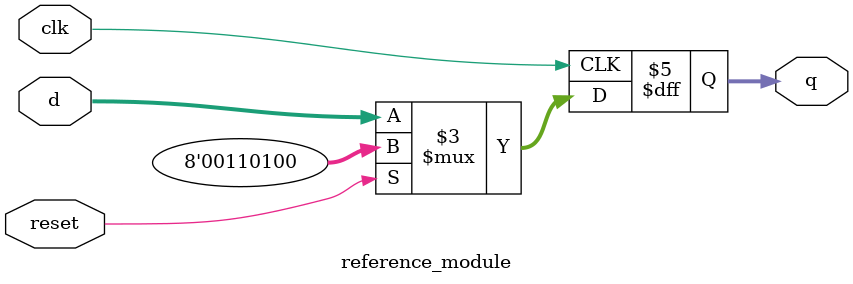
<source format=sv>
module reference_module(
	input clk,
	input [7:0] d,
	input reset,
	output reg [7:0] q);
	
	always @(negedge clk)
		if (reset)
			q <= 8'h34;
		else
			q <= d;
	
endmodule

</source>
